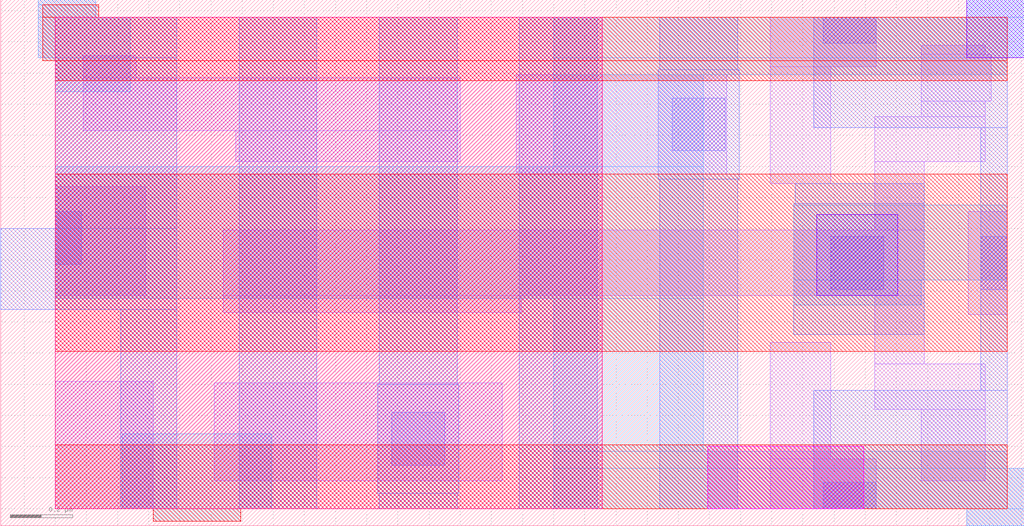
<source format=lef>
# Copyright 2020 The SkyWater PDK Authors
#
# Licensed under the Apache License, Version 2.0 (the "License");
# you may not use this file except in compliance with the License.
# You may obtain a copy of the License at
#
#     https://www.apache.org/licenses/LICENSE-2.0
#
# Unless required by applicable law or agreed to in writing, software
# distributed under the License is distributed on an "AS IS" BASIS,
# WITHOUT WARRANTIES OR CONDITIONS OF ANY KIND, either express or implied.
# See the License for the specific language governing permissions and
# limitations under the License.
#
# SPDX-License-Identifier: Apache-2.0

VERSION 5.7 ;
  NOWIREEXTENSIONATPIN ON ;
  DIVIDERCHAR "/" ;
  BUSBITCHARS "[]" ;
MACRO sky130_fd_bd_sram__sram_dp_swldrv_opt1ci
  CLASS BLOCK ;
  FOREIGN sky130_fd_bd_sram__sram_dp_swldrv_opt1ci ;
  ORIGIN  0.175000  0.055000 ;
  SIZE  3.285000 BY  1.690000 ;
  OBS
    LAYER li1 ;
      RECT 0.000000 0.000000 0.315000 0.410000 ;
      RECT 0.000000 0.685000 0.290000 1.035000 ;
      RECT 0.090000 1.215000 1.300000 1.385000 ;
      RECT 0.090000 1.385000 0.260000 1.455000 ;
      RECT 0.510000 0.090000 1.435000 0.405000 ;
      RECT 0.540000 0.630000 1.495000 0.685000 ;
      RECT 0.540000 0.685000 2.790000 0.895000 ;
      RECT 0.580000 1.115000 1.300000 1.215000 ;
      RECT 1.480000 1.075000 2.155000 1.395000 ;
      RECT 2.295000 0.000000 2.635000 0.160000 ;
      RECT 2.295000 0.160000 2.490000 0.535000 ;
      RECT 2.295000 1.045000 2.490000 1.420000 ;
      RECT 2.295000 1.420000 2.635000 1.580000 ;
      RECT 2.630000 0.320000 2.985000 0.465000 ;
      RECT 2.630000 0.465000 2.790000 0.685000 ;
      RECT 2.630000 0.895000 2.790000 1.115000 ;
      RECT 2.630000 1.115000 2.985000 1.260000 ;
      RECT 2.780000 0.090000 2.985000 0.320000 ;
      RECT 2.780000 1.260000 2.985000 1.310000 ;
      RECT 2.780000 1.310000 3.005000 1.460000 ;
      RECT 2.780000 1.460000 2.985000 1.490000 ;
      RECT 2.930000 0.625000 3.055000 0.955000 ;
    LAYER mcon ;
      RECT 0.000000 0.785000 0.085000 0.955000 ;
      RECT 1.080000 0.140000 1.250000 0.310000 ;
      RECT 1.980000 1.150000 2.150000 1.320000 ;
      RECT 2.465000 0.000000 2.635000 0.085000 ;
      RECT 2.465000 1.495000 2.635000 1.580000 ;
      RECT 2.490000 0.705000 2.660000 0.875000 ;
      RECT 2.970000 0.705000 3.055000 0.875000 ;
    LAYER met1 ;
      RECT -0.175000  0.640000 0.390000 0.900000 ;
      RECT -0.055000  1.450000 0.390000 1.580000 ;
      RECT -0.055000  1.580000 0.130000 1.635000 ;
      RECT  0.000000  0.900000 0.390000 1.450000 ;
      RECT  0.210000  0.000000 0.390000 0.640000 ;
      RECT  0.590000  0.000000 0.840000 1.580000 ;
      RECT  1.035000  0.050000 1.295000 0.400000 ;
      RECT  1.040000  0.000000 1.290000 0.050000 ;
      RECT  1.040000  0.400000 1.290000 1.580000 ;
      RECT  1.490000  0.000000 1.740000 1.580000 ;
      RECT  1.935000  1.060000 2.195000 1.410000 ;
      RECT  1.940000  0.000000 2.190000 1.060000 ;
      RECT  1.940000  1.410000 2.190000 1.580000 ;
      RECT  2.370000  0.560000 2.790000 0.980000 ;
      RECT  2.375000  0.980000 2.790000 1.045000 ;
      RECT  2.435000  0.000000 3.110000 0.130000 ;
      RECT  2.435000  0.130000 3.055000 0.380000 ;
      RECT  2.435000  1.225000 3.055000 1.450000 ;
      RECT  2.435000  1.450000 3.110000 1.580000 ;
      RECT  2.925000 -0.055000 3.110000 0.000000 ;
      RECT  2.925000  1.580000 3.110000 1.635000 ;
      RECT  2.970000  0.380000 3.055000 1.225000 ;
    LAYER met2 ;
      RECT -0.055000  1.450000 0.240000 1.580000 ;
      RECT -0.055000  1.580000 0.140000 1.620000 ;
      RECT -0.055000  1.620000 0.130000 1.635000 ;
      RECT -0.040000  1.440000 0.240000 1.450000 ;
      RECT  0.000000  0.675000 2.080000 1.100000 ;
      RECT  0.000000  1.340000 0.240000 1.440000 ;
      RECT  0.215000  0.000000 0.695000 0.240000 ;
      RECT  0.315000 -0.040000 0.595000 0.000000 ;
      RECT  1.600000  0.000000 3.110000 0.130000 ;
      RECT  1.600000  0.130000 3.055000 0.185000 ;
      RECT  1.600000  0.185000 2.080000 0.675000 ;
      RECT  1.600000  1.100000 2.080000 1.395000 ;
      RECT  1.600000  1.395000 3.055000 1.450000 ;
      RECT  1.600000  1.450000 3.110000 1.580000 ;
      RECT  2.370000  0.655000 2.780000 0.735000 ;
      RECT  2.370000  0.735000 3.055000 0.975000 ;
      RECT  2.925000 -0.055000 3.110000 0.000000 ;
      RECT  2.925000  1.580000 3.110000 1.635000 ;
    LAYER met3 ;
      RECT -0.040000  1.440000 3.055000 1.580000 ;
      RECT -0.040000  1.580000 0.140000 1.620000 ;
      RECT  0.000000  0.000000 3.055000 0.205000 ;
      RECT  0.000000  0.505000 3.055000 1.075000 ;
      RECT  0.000000  1.375000 3.055000 1.440000 ;
      RECT  0.315000 -0.040000 0.595000 0.000000 ;
    LAYER nwell ;
      RECT 0.000000 0.000000 1.755000 1.580000 ;
    LAYER pwell ;
      RECT 2.095000 0.000000 2.595000 0.200000 ;
    LAYER via ;
      RECT 2.445000 0.685000 2.705000 0.945000 ;
      RECT 2.925000 1.450000 3.110000 1.635000 ;
  END
END sky130_fd_bd_sram__sram_dp_swldrv_opt1ci
END LIBRARY

</source>
